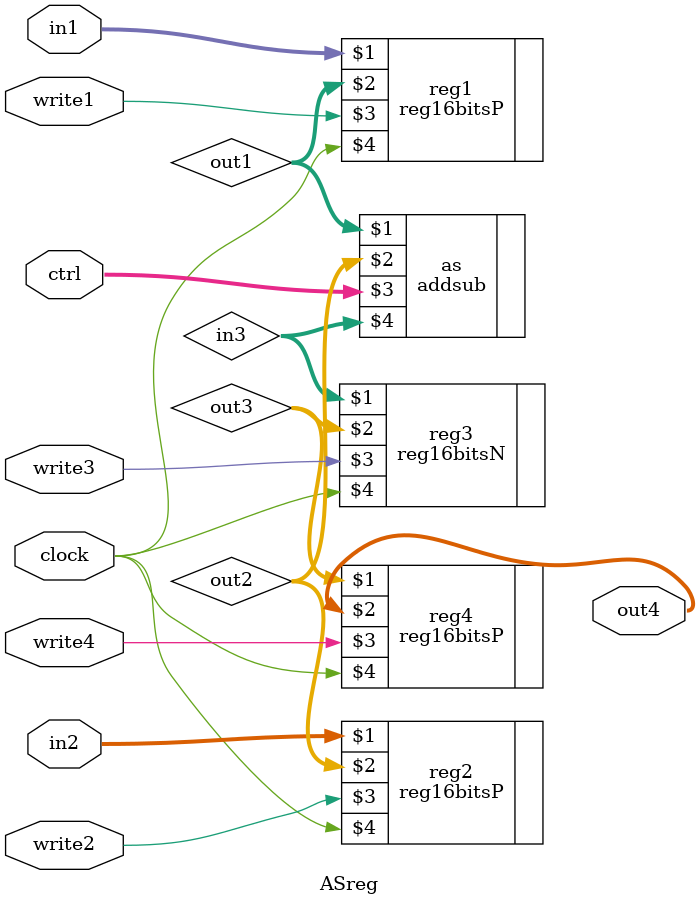
<source format=v>
module ASreg(in1, in2, clock, write1, write2, write3, write4, ctrl, out4);
    
    input [15:0] in1, in2;
    input clock, write1, write2, write3, write4;
    input [2:0] ctrl;
    output [15:0] out4;
    
    wire [15:0] in3, out1, out2, out3;
    
    reg16bitsP reg1(in1, out1, write1, clock);
    reg16bitsP reg2(in2, out2, write2, clock);
    addsub as(out1, out2, ctrl, in3);
    reg16bitsN reg3(in3, out3, write3, clock);
    reg16bitsP reg4(out3, out4, write4, clock);
    
endmodule
</source>
